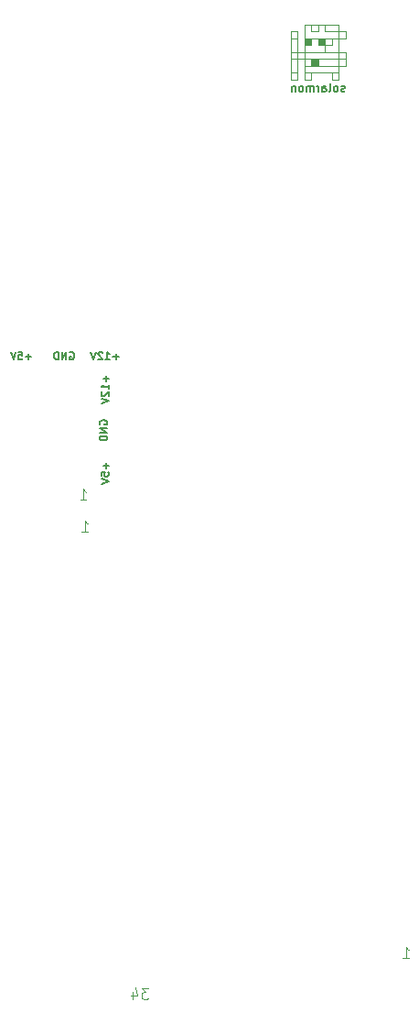
<source format=gbr>
G04 #@! TF.GenerationSoftware,KiCad,Pcbnew,(5.1.9)-1*
G04 #@! TF.CreationDate,2021-07-31T21:11:46+01:00*
G04 #@! TF.ProjectId,Greaseweazle F1 Plus Mini Rev 1.1,47726561-7365-4776-9561-7a6c65204631,1*
G04 #@! TF.SameCoordinates,PX6312cb0PY6bcb370*
G04 #@! TF.FileFunction,Legend,Bot*
G04 #@! TF.FilePolarity,Positive*
%FSLAX46Y46*%
G04 Gerber Fmt 4.6, Leading zero omitted, Abs format (unit mm)*
G04 Created by KiCad (PCBNEW (5.1.9)-1) date 2021-07-31 21:11:46*
%MOMM*%
%LPD*%
G01*
G04 APERTURE LIST*
%ADD10C,0.150000*%
%ADD11C,0.125000*%
%ADD12C,0.100000*%
G04 APERTURE END LIST*
D10*
X12852333Y39593000D02*
X12919000Y39626334D01*
X13019000Y39626334D01*
X13119000Y39593000D01*
X13185666Y39526334D01*
X13219000Y39459667D01*
X13252333Y39326334D01*
X13252333Y39226334D01*
X13219000Y39093000D01*
X13185666Y39026334D01*
X13119000Y38959667D01*
X13019000Y38926334D01*
X12952333Y38926334D01*
X12852333Y38959667D01*
X12819000Y38993000D01*
X12819000Y39226334D01*
X12952333Y39226334D01*
X12519000Y38926334D02*
X12519000Y39626334D01*
X12119000Y38926334D01*
X12119000Y39626334D01*
X11785666Y38926334D02*
X11785666Y39626334D01*
X11619000Y39626334D01*
X11519000Y39593000D01*
X11452333Y39526334D01*
X11419000Y39459667D01*
X11385666Y39326334D01*
X11385666Y39226334D01*
X11419000Y39093000D01*
X11452333Y39026334D01*
X11519000Y38959667D01*
X11619000Y38926334D01*
X11785666Y38926334D01*
X17362333Y39193000D02*
X16829000Y39193000D01*
X17095666Y38926334D02*
X17095666Y39459667D01*
X16129000Y38926334D02*
X16529000Y38926334D01*
X16329000Y38926334D02*
X16329000Y39626334D01*
X16395666Y39526334D01*
X16462333Y39459667D01*
X16529000Y39426334D01*
X15862333Y39559667D02*
X15829000Y39593000D01*
X15762333Y39626334D01*
X15595666Y39626334D01*
X15529000Y39593000D01*
X15495666Y39559667D01*
X15462333Y39493000D01*
X15462333Y39426334D01*
X15495666Y39326334D01*
X15895666Y38926334D01*
X15462333Y38926334D01*
X15262333Y39626334D02*
X15029000Y38926334D01*
X14795666Y39626334D01*
X9282000Y39193000D02*
X8748666Y39193000D01*
X9015333Y38926334D02*
X9015333Y39459667D01*
X8082000Y39626334D02*
X8415333Y39626334D01*
X8448666Y39293000D01*
X8415333Y39326334D01*
X8348666Y39359667D01*
X8182000Y39359667D01*
X8115333Y39326334D01*
X8082000Y39293000D01*
X8048666Y39226334D01*
X8048666Y39059667D01*
X8082000Y38993000D01*
X8115333Y38959667D01*
X8182000Y38926334D01*
X8348666Y38926334D01*
X8415333Y38959667D01*
X8448666Y38993000D01*
X7848666Y39626334D02*
X7615333Y38926334D01*
X7382000Y39626334D01*
D11*
X43656285Y-16327380D02*
X44227714Y-16327380D01*
X43942000Y-16327380D02*
X43942000Y-15327380D01*
X44037238Y-15470238D01*
X44132476Y-15565476D01*
X44227714Y-15613095D01*
X13811285Y25963620D02*
X14382714Y25963620D01*
X14097000Y25963620D02*
X14097000Y26963620D01*
X14192238Y26820762D01*
X14287476Y26725524D01*
X14382714Y26677905D01*
X20113523Y-19137380D02*
X19494476Y-19137380D01*
X19827809Y-19518333D01*
X19684952Y-19518333D01*
X19589714Y-19565952D01*
X19542095Y-19613571D01*
X19494476Y-19708809D01*
X19494476Y-19946904D01*
X19542095Y-20042142D01*
X19589714Y-20089761D01*
X19684952Y-20137380D01*
X19970666Y-20137380D01*
X20065904Y-20089761D01*
X20113523Y-20042142D01*
X18637333Y-19470714D02*
X18637333Y-20137380D01*
X18875428Y-19089761D02*
X19113523Y-19804047D01*
X18494476Y-19804047D01*
X13938285Y23042620D02*
X14509714Y23042620D01*
X14224000Y23042620D02*
X14224000Y24042620D01*
X14319238Y23899762D01*
X14414476Y23804524D01*
X14509714Y23756905D01*
D10*
X16179000Y29348000D02*
X16179000Y28814667D01*
X16445666Y29081334D02*
X15912333Y29081334D01*
X15745666Y28148000D02*
X15745666Y28481334D01*
X16079000Y28514667D01*
X16045666Y28481334D01*
X16012333Y28414667D01*
X16012333Y28248000D01*
X16045666Y28181334D01*
X16079000Y28148000D01*
X16145666Y28114667D01*
X16312333Y28114667D01*
X16379000Y28148000D01*
X16412333Y28181334D01*
X16445666Y28248000D01*
X16445666Y28414667D01*
X16412333Y28481334D01*
X16379000Y28514667D01*
X15745666Y27914667D02*
X16445666Y27681334D01*
X15745666Y27448000D01*
X15652000Y32918334D02*
X15618666Y32985000D01*
X15618666Y33085000D01*
X15652000Y33185000D01*
X15718666Y33251667D01*
X15785333Y33285000D01*
X15918666Y33318334D01*
X16018666Y33318334D01*
X16152000Y33285000D01*
X16218666Y33251667D01*
X16285333Y33185000D01*
X16318666Y33085000D01*
X16318666Y33018334D01*
X16285333Y32918334D01*
X16252000Y32885000D01*
X16018666Y32885000D01*
X16018666Y33018334D01*
X16318666Y32585000D02*
X15618666Y32585000D01*
X16318666Y32185000D01*
X15618666Y32185000D01*
X16318666Y31851667D02*
X15618666Y31851667D01*
X15618666Y31685000D01*
X15652000Y31585000D01*
X15718666Y31518334D01*
X15785333Y31485000D01*
X15918666Y31451667D01*
X16018666Y31451667D01*
X16152000Y31485000D01*
X16218666Y31518334D01*
X16285333Y31585000D01*
X16318666Y31685000D01*
X16318666Y31851667D01*
X16179000Y37428334D02*
X16179000Y36895000D01*
X16445666Y37161667D02*
X15912333Y37161667D01*
X16445666Y36195000D02*
X16445666Y36595000D01*
X16445666Y36395000D02*
X15745666Y36395000D01*
X15845666Y36461667D01*
X15912333Y36528334D01*
X15945666Y36595000D01*
X15812333Y35928334D02*
X15779000Y35895000D01*
X15745666Y35828334D01*
X15745666Y35661667D01*
X15779000Y35595000D01*
X15812333Y35561667D01*
X15879000Y35528334D01*
X15945666Y35528334D01*
X16045666Y35561667D01*
X16445666Y35961667D01*
X16445666Y35528334D01*
X15745666Y35328334D02*
X16445666Y35095000D01*
X15745666Y34861667D01*
D12*
X35179000Y67945000D02*
X34544000Y67945000D01*
G36*
X35179000Y66040000D02*
G01*
X35814000Y66040000D01*
X35814000Y66675000D01*
X35179000Y66675000D01*
X35179000Y66040000D01*
G37*
X35179000Y66040000D02*
X35814000Y66040000D01*
X35814000Y66675000D01*
X35179000Y66675000D01*
X35179000Y66040000D01*
G36*
X34544000Y67945000D02*
G01*
X35179000Y67945000D01*
X35179000Y68580000D01*
X34544000Y68580000D01*
X34544000Y67945000D01*
G37*
X34544000Y67945000D02*
X35179000Y67945000D01*
X35179000Y68580000D01*
X34544000Y68580000D01*
X34544000Y67945000D01*
G36*
X35814000Y67945000D02*
G01*
X36449000Y67945000D01*
X36449000Y68580000D01*
X35814000Y68580000D01*
X35814000Y67945000D01*
G37*
X35814000Y67945000D02*
X36449000Y67945000D01*
X36449000Y68580000D01*
X35814000Y68580000D01*
X35814000Y67945000D01*
X35179000Y66675000D02*
X35179000Y66040000D01*
X35814000Y66675000D02*
X35814000Y66040000D01*
X33909000Y65405000D02*
X33274000Y65405000D01*
X33909000Y68580000D02*
X33274000Y68580000D01*
X33909000Y69215000D02*
X33274000Y69215000D01*
X33274000Y69215000D02*
X33274000Y64770000D01*
X33909000Y69215000D02*
X33909000Y64770000D01*
X33909000Y64770000D02*
X33274000Y64770000D01*
X35179000Y64770000D02*
X34544000Y64770000D01*
X37719000Y64770000D02*
X37084000Y64770000D01*
X35179000Y65405000D02*
X35179000Y64770000D01*
X37084000Y65405000D02*
X37084000Y64770000D01*
X37719000Y65405000D02*
X34544000Y65405000D01*
X38354000Y66040000D02*
X34544000Y66040000D01*
X38354000Y66675000D02*
X33274000Y66675000D01*
X38354000Y66040000D02*
X38354000Y67310000D01*
X38354000Y67310000D02*
X33274000Y67310000D01*
X35179000Y68580000D02*
X35179000Y67945000D01*
X35814000Y68580000D02*
X35814000Y67945000D01*
X36449000Y68580000D02*
X36449000Y67310000D01*
X37084000Y67945000D02*
X35814000Y67945000D01*
X37084000Y68580000D02*
X37084000Y67945000D01*
X34544000Y69850000D02*
X34544000Y64770000D01*
X35179000Y69850000D02*
X35179000Y69215000D01*
X35814000Y69215000D02*
X35179000Y69215000D01*
X35814000Y69850000D02*
X35814000Y69215000D01*
X36449000Y69850000D02*
X36449000Y69215000D01*
X37719000Y69850000D02*
X34544000Y69850000D01*
X38354000Y68580000D02*
X38354000Y69215000D01*
X34544000Y68580000D02*
X38354000Y68580000D01*
X37719000Y69850000D02*
X37719000Y64770000D01*
X38354000Y69215000D02*
X36449000Y69215000D01*
X38354000Y69215000D02*
X36449000Y69215000D01*
X37719000Y69850000D02*
X37719000Y64770000D01*
X34544000Y68580000D02*
X38354000Y68580000D01*
X38354000Y68580000D02*
X38354000Y69215000D01*
X37719000Y69850000D02*
X34544000Y69850000D01*
X36449000Y69850000D02*
X36449000Y69215000D01*
X35814000Y69850000D02*
X35814000Y69215000D01*
X35814000Y69215000D02*
X35179000Y69215000D01*
X35179000Y69850000D02*
X35179000Y69215000D01*
X34544000Y69850000D02*
X34544000Y64770000D01*
X37084000Y68580000D02*
X37084000Y67945000D01*
X37084000Y67945000D02*
X35814000Y67945000D01*
X36449000Y68580000D02*
X36449000Y67310000D01*
X35814000Y68580000D02*
X35814000Y67945000D01*
X35179000Y68580000D02*
X35179000Y67945000D01*
X38354000Y67310000D02*
X33274000Y67310000D01*
X38354000Y66040000D02*
X38354000Y67310000D01*
X38354000Y66675000D02*
X33274000Y66675000D01*
X38354000Y66040000D02*
X34544000Y66040000D01*
X37719000Y65405000D02*
X34544000Y65405000D01*
X37084000Y65405000D02*
X37084000Y64770000D01*
X35179000Y65405000D02*
X35179000Y64770000D01*
X37719000Y64770000D02*
X37084000Y64770000D01*
X35179000Y64770000D02*
X34544000Y64770000D01*
X33909000Y64770000D02*
X33274000Y64770000D01*
X33909000Y69215000D02*
X33909000Y64770000D01*
X33274000Y69215000D02*
X33274000Y64770000D01*
X33909000Y69215000D02*
X33274000Y69215000D01*
X33909000Y68580000D02*
X33274000Y68580000D01*
X33909000Y65405000D02*
X33274000Y65405000D01*
X35814000Y66675000D02*
X35814000Y66040000D01*
X35179000Y66675000D02*
X35179000Y66040000D01*
G36*
X35814000Y67945000D02*
G01*
X36449000Y67945000D01*
X36449000Y68580000D01*
X35814000Y68580000D01*
X35814000Y67945000D01*
G37*
X35814000Y67945000D02*
X36449000Y67945000D01*
X36449000Y68580000D01*
X35814000Y68580000D01*
X35814000Y67945000D01*
G36*
X34544000Y67945000D02*
G01*
X35179000Y67945000D01*
X35179000Y68580000D01*
X34544000Y68580000D01*
X34544000Y67945000D01*
G37*
X34544000Y67945000D02*
X35179000Y67945000D01*
X35179000Y68580000D01*
X34544000Y68580000D01*
X34544000Y67945000D01*
G36*
X35179000Y66040000D02*
G01*
X35814000Y66040000D01*
X35814000Y66675000D01*
X35179000Y66675000D01*
X35179000Y66040000D01*
G37*
X35179000Y66040000D02*
X35814000Y66040000D01*
X35814000Y66675000D01*
X35179000Y66675000D01*
X35179000Y66040000D01*
X35179000Y67945000D02*
X34544000Y67945000D01*
D10*
X38260428Y63704429D02*
X38189000Y63668715D01*
X38046142Y63668715D01*
X37974714Y63704429D01*
X37939000Y63775858D01*
X37939000Y63811572D01*
X37974714Y63883000D01*
X38046142Y63918715D01*
X38153285Y63918715D01*
X38224714Y63954429D01*
X38260428Y64025858D01*
X38260428Y64061572D01*
X38224714Y64133000D01*
X38153285Y64168715D01*
X38046142Y64168715D01*
X37974714Y64133000D01*
X37510428Y63668715D02*
X37581857Y63704429D01*
X37617571Y63740143D01*
X37653285Y63811572D01*
X37653285Y64025858D01*
X37617571Y64097286D01*
X37581857Y64133000D01*
X37510428Y64168715D01*
X37403285Y64168715D01*
X37331857Y64133000D01*
X37296142Y64097286D01*
X37260428Y64025858D01*
X37260428Y63811572D01*
X37296142Y63740143D01*
X37331857Y63704429D01*
X37403285Y63668715D01*
X37510428Y63668715D01*
X36831857Y63668715D02*
X36903285Y63704429D01*
X36939000Y63775858D01*
X36939000Y64418715D01*
X36224714Y63668715D02*
X36224714Y64061572D01*
X36260428Y64133000D01*
X36331857Y64168715D01*
X36474714Y64168715D01*
X36546142Y64133000D01*
X36224714Y63704429D02*
X36296142Y63668715D01*
X36474714Y63668715D01*
X36546142Y63704429D01*
X36581857Y63775858D01*
X36581857Y63847286D01*
X36546142Y63918715D01*
X36474714Y63954429D01*
X36296142Y63954429D01*
X36224714Y63990143D01*
X35867571Y63668715D02*
X35867571Y64168715D01*
X35867571Y64025858D02*
X35831857Y64097286D01*
X35796142Y64133000D01*
X35724714Y64168715D01*
X35653285Y64168715D01*
X35403285Y63668715D02*
X35403285Y64168715D01*
X35403285Y64097286D02*
X35367571Y64133000D01*
X35296142Y64168715D01*
X35189000Y64168715D01*
X35117571Y64133000D01*
X35081857Y64061572D01*
X35081857Y63668715D01*
X35081857Y64061572D02*
X35046142Y64133000D01*
X34974714Y64168715D01*
X34867571Y64168715D01*
X34796142Y64133000D01*
X34760428Y64061572D01*
X34760428Y63668715D01*
X34296142Y63668715D02*
X34367571Y63704429D01*
X34403285Y63740143D01*
X34439000Y63811572D01*
X34439000Y64025858D01*
X34403285Y64097286D01*
X34367571Y64133000D01*
X34296142Y64168715D01*
X34189000Y64168715D01*
X34117571Y64133000D01*
X34081857Y64097286D01*
X34046142Y64025858D01*
X34046142Y63811572D01*
X34081857Y63740143D01*
X34117571Y63704429D01*
X34189000Y63668715D01*
X34296142Y63668715D01*
X33724714Y64168715D02*
X33724714Y63668715D01*
X33724714Y64097286D02*
X33689000Y64133000D01*
X33617571Y64168715D01*
X33510428Y64168715D01*
X33439000Y64133000D01*
X33403285Y64061572D01*
X33403285Y63668715D01*
X38260428Y63704429D02*
X38189000Y63668715D01*
X38046142Y63668715D01*
X37974714Y63704429D01*
X37939000Y63775858D01*
X37939000Y63811572D01*
X37974714Y63883000D01*
X38046142Y63918715D01*
X38153285Y63918715D01*
X38224714Y63954429D01*
X38260428Y64025858D01*
X38260428Y64061572D01*
X38224714Y64133000D01*
X38153285Y64168715D01*
X38046142Y64168715D01*
X37974714Y64133000D01*
X37510428Y63668715D02*
X37581857Y63704429D01*
X37617571Y63740143D01*
X37653285Y63811572D01*
X37653285Y64025858D01*
X37617571Y64097286D01*
X37581857Y64133000D01*
X37510428Y64168715D01*
X37403285Y64168715D01*
X37331857Y64133000D01*
X37296142Y64097286D01*
X37260428Y64025858D01*
X37260428Y63811572D01*
X37296142Y63740143D01*
X37331857Y63704429D01*
X37403285Y63668715D01*
X37510428Y63668715D01*
X36831857Y63668715D02*
X36903285Y63704429D01*
X36939000Y63775858D01*
X36939000Y64418715D01*
X36224714Y63668715D02*
X36224714Y64061572D01*
X36260428Y64133000D01*
X36331857Y64168715D01*
X36474714Y64168715D01*
X36546142Y64133000D01*
X36224714Y63704429D02*
X36296142Y63668715D01*
X36474714Y63668715D01*
X36546142Y63704429D01*
X36581857Y63775858D01*
X36581857Y63847286D01*
X36546142Y63918715D01*
X36474714Y63954429D01*
X36296142Y63954429D01*
X36224714Y63990143D01*
X35867571Y63668715D02*
X35867571Y64168715D01*
X35867571Y64025858D02*
X35831857Y64097286D01*
X35796142Y64133000D01*
X35724714Y64168715D01*
X35653285Y64168715D01*
X35403285Y63668715D02*
X35403285Y64168715D01*
X35403285Y64097286D02*
X35367571Y64133000D01*
X35296142Y64168715D01*
X35189000Y64168715D01*
X35117571Y64133000D01*
X35081857Y64061572D01*
X35081857Y63668715D01*
X35081857Y64061572D02*
X35046142Y64133000D01*
X34974714Y64168715D01*
X34867571Y64168715D01*
X34796142Y64133000D01*
X34760428Y64061572D01*
X34760428Y63668715D01*
X34296142Y63668715D02*
X34367571Y63704429D01*
X34403285Y63740143D01*
X34439000Y63811572D01*
X34439000Y64025858D01*
X34403285Y64097286D01*
X34367571Y64133000D01*
X34296142Y64168715D01*
X34189000Y64168715D01*
X34117571Y64133000D01*
X34081857Y64097286D01*
X34046142Y64025858D01*
X34046142Y63811572D01*
X34081857Y63740143D01*
X34117571Y63704429D01*
X34189000Y63668715D01*
X34296142Y63668715D01*
X33724714Y64168715D02*
X33724714Y63668715D01*
X33724714Y64097286D02*
X33689000Y64133000D01*
X33617571Y64168715D01*
X33510428Y64168715D01*
X33439000Y64133000D01*
X33403285Y64061572D01*
X33403285Y63668715D01*
M02*

</source>
